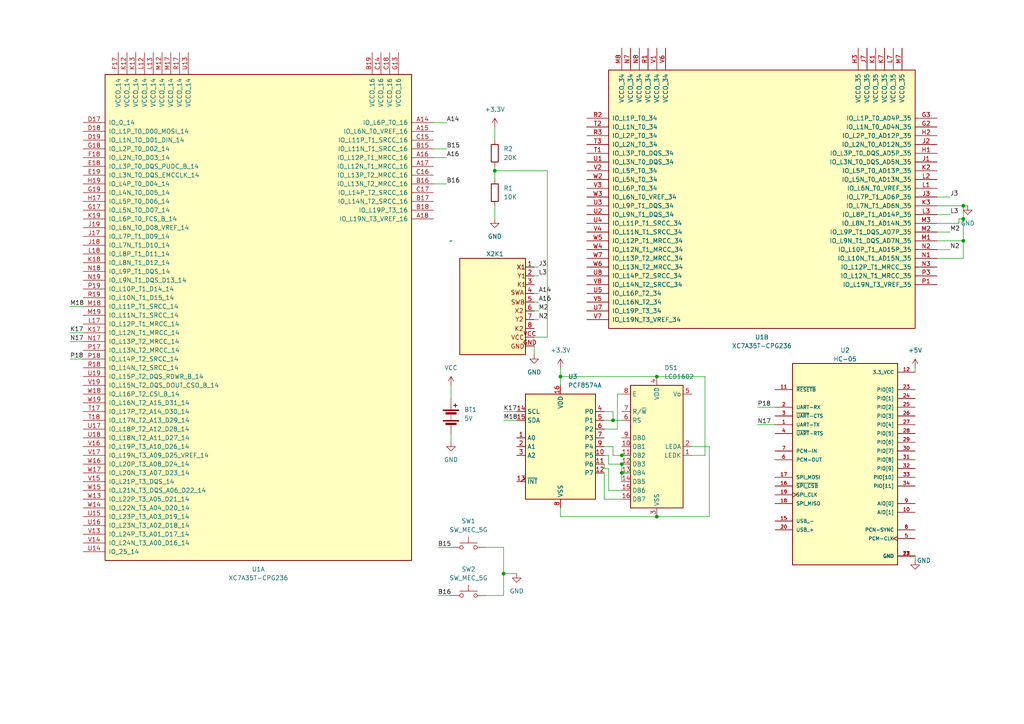
<source format=kicad_sch>
(kicad_sch (version 20230121) (generator eeschema)
  (paper "A4")
  (title_block (title "robo-digger") (rev "1") (comment 1 "robo-digger-send-schematic"))
  (lib_symbols
    (symbol "Device:Battery" (pin_numbers hide) (pin_names (offset 0) hide)
      (property "Reference" "BT" (at 2.54 2.54 0))
      (property "Value" "Battery" (at 2.54 0 0))
      (symbol "Battery_0_1"
        (rectangle (start -2.286 -1.27) (end 2.286 -1.524) (fill (type outline)))
        (rectangle (start -2.286 1.778) (end 2.286 1.524) (fill (type outline)))
        (rectangle (start -1.524 -2.032) (end 1.524 -2.54) (fill (type outline)))
        (rectangle (start -1.524 1.016) (end 1.524 0.508) (fill (type outline)))
        (polyline (pts (xy 0 -1.016) (xy 0 -0.762)))
        (polyline (pts (xy 0 -0.508) (xy 0 -0.254)))
        (polyline (pts (xy 0 0) (xy 0 0.254)))
        (polyline (pts (xy 0 1.778) (xy 0 2.54)))
        (polyline (pts (xy 0.762 3.048) (xy 1.778 3.048)) (stroke (width 0.254)))
        (polyline (pts (xy 1.27 3.556) (xy 1.27 2.54)) (stroke (width 0.254)))
      )
      (symbol "Battery_1_1"
        (pin passive line (at 0 5.08 270) (length 2.54) (name "+") (number "1"))
        (pin passive line (at 0 -5.08 90) (length 2.54) (name "-") (number "2"))
      )
    )
    (symbol "Device:R" (pin_numbers hide) (pin_names (offset 0))
      (property "Reference" "R" (at 2.032 0 90))
      (property "Value" "R" (at 0 0 90))
      (symbol "R_0_1"
        (rectangle (start -1.016 -2.54) (end 1.016 2.54) (stroke (width 0.254)))
      )
      (symbol "R_1_1"
        (pin passive line (at 0 3.81 270) (length 1.27) (name "~") (number "1"))
        (pin passive line (at 0 -3.81 90) (length 1.27) (name "~") (number "2"))
      )
    )
    (symbol "Display_Character:HY1602E"
      (property "Reference" "DS" (at -6.096 19.05 0))
      (property "Value" "HY1602E" (at 5.08 19.05 0))
      (symbol "HY1602E_0_1"
        (rectangle (start -7.62 17.78) (end 7.62 -17.78) (stroke (width 0.254)) (fill (type background)))
      )
      (symbol "HY1602E_1_1"
        (pin passive line (at 10.16 -2.54 180) (length 2.54) (name "LEDK") (number "1"))
        (pin bidirectional line (at -10.16 0 0) (length 2.54) (name "DB1") (number "10"))
        (pin bidirectional line (at -10.16 -2.54 0) (length 2.54) (name "DB2") (number "11"))
        (pin bidirectional line (at -10.16 -5.08 0) (length 2.54) (name "DB3") (number "12"))
        (pin bidirectional line (at -10.16 -7.62 0) (length 2.54) (name "DB4") (number "13"))
        (pin bidirectional line (at -10.16 -10.16 0) (length 2.54) (name "DB5") (number "14"))
        (pin bidirectional line (at -10.16 -12.7 0) (length 2.54) (name "DB6") (number "15"))
        (pin bidirectional line (at -10.16 -15.24 0) (length 2.54) (name "DB7") (number "16"))
        (pin passive line (at 10.16 0 180) (length 2.54) (name "LEDA") (number "2"))
        (pin power_in line (at 0 -20.32 90) (length 2.54) (name "VSS") (number "3"))
        (pin power_in line (at 0 20.32 270) (length 2.54) (name "VDD") (number "4"))
        (pin input line (at 10.16 15.24 180) (length 2.54) (name "Vo") (number "5"))
        (pin input line (at -10.16 7.62 0) (length 2.54) (name "RS") (number "6"))
        (pin input line (at -10.16 10.16 0) (length 2.54) (name "R/~{W}") (number "7"))
        (pin input line (at -10.16 15.24 0) (length 2.54) (name "E") (number "8"))
        (pin bidirectional line (at -10.16 2.54 0) (length 2.54) (name "DB0") (number "9"))
      )
    )
    (symbol "FPGA_Xilinx_Artix7:XC7A35T-CPG236" (pin_names (offset 1.016))
      (property "Reference" "U" (at 0 1.27 0))
      (property "Value" "XC7A35T-CPG236" (at 0 -1.27 0))
      (symbol "XC7A35T-CPG236_1_1"
        (rectangle (start -44.45 67.31) (end 44.45 -73.66) (stroke (width 0.254)) (fill (type background)))
        (pin bidirectional line (at 50.8 53.34 180) (length 6.35) (name "IO_L6P_T0_16") (number "A14"))
        (pin bidirectional line (at 50.8 50.8 180) (length 6.35) (name "IO_L6N_T0_VREF_16") (number "A15"))
        (pin bidirectional line (at 50.8 43.18 180) (length 6.35) (name "IO_L12P_T1_MRCC_16") (number "A16"))
        (pin bidirectional line (at 50.8 40.64 180) (length 6.35) (name "IO_L12N_T1_MRCC_16") (number "A17"))
        (pin bidirectional line (at 50.8 25.4 180) (length 6.35) (name "IO_L19N_T3_VREF_16") (number "A18"))
        (pin bidirectional line (at 50.8 45.72 180) (length 6.35) (name "IO_L11N_T1_SRCC_16") (number "B15"))
        (pin bidirectional line (at 50.8 35.56 180) (length 6.35) (name "IO_L13N_T2_MRCC_16") (number "B16"))
        (pin bidirectional line (at 50.8 30.48 180) (length 6.35) (name "IO_L14N_T2_SRCC_16") (number "B17"))
        (pin bidirectional line (at 50.8 27.94 180) (length 6.35) (name "IO_L19P_T3_16") (number "B18"))
        (pin power_in line (at 33.02 73.66 270) (length 6.35) (name "VCCO_16") (number "B19"))
        (pin power_in line (at 35.56 73.66 270) (length 6.35) (name "VCCO_16") (number "C14"))
        (pin bidirectional line (at 50.8 48.26 180) (length 6.35) (name "IO_L11P_T1_SRCC_16") (number "C15"))
        (pin bidirectional line (at 50.8 38.1 180) (length 6.35) (name "IO_L13P_T2_MRCC_16") (number "C16"))
        (pin bidirectional line (at 50.8 33.02 180) (length 6.35) (name "IO_L14P_T2_SRCC_16") (number "C17"))
        (pin power_in line (at 38.1 73.66 270) (length 6.35) (name "VCCO_16") (number "C18"))
        (pin bidirectional line (at -50.8 53.34 0) (length 6.35) (name "IO_0_14") (number "D17"))
        (pin bidirectional line (at -50.8 50.8 0) (length 6.35) (name "IO_L1P_T0_D00_MOSI_14") (number "D18"))
        (pin bidirectional line (at -50.8 48.26 0) (length 6.35) (name "IO_L1N_T0_D01_DIN_14") (number "D19"))
        (pin bidirectional line (at -50.8 40.64 0) (length 6.35) (name "IO_L3P_T0_DQS_PUDC_B_14") (number "E18"))
        (pin bidirectional line (at -50.8 38.1 0) (length 6.35) (name "IO_L3N_T0_DQS_EMCCLK_14") (number "E19"))
        (pin power_in line (at -40.64 73.66 270) (length 6.35) (name "VCCO_14") (number "F17"))
        (pin bidirectional line (at -50.8 43.18 0) (length 6.35) (name "IO_L2N_T0_D03_14") (number "F18"))
        (pin power_in line (at 40.64 73.66 270) (length 6.35) (name "VCCO_16") (number "G13"))
        (pin bidirectional line (at -50.8 27.94 0) (length 6.35) (name "IO_L5N_T0_D07_14") (number "G17"))
        (pin bidirectional line (at -50.8 45.72 0) (length 6.35) (name "IO_L2P_T0_D02_14") (number "G18"))
        (pin bidirectional line (at -50.8 33.02 0) (length 6.35) (name "IO_L4N_T0_D05_14") (number "G19"))
        (pin bidirectional line (at -50.8 30.48 0) (length 6.35) (name "IO_L5P_T0_D06_14") (number "H17"))
        (pin bidirectional line (at -50.8 35.56 0) (length 6.35) (name "IO_L4P_T0_D04_14") (number "H19"))
        (pin bidirectional line (at -50.8 20.32 0) (length 6.35) (name "IO_L7P_T1_D09_14") (number "J17"))
        (pin bidirectional line (at -50.8 17.78 0) (length 6.35) (name "IO_L7N_T1_D10_14") (number "J18"))
        (pin bidirectional line (at -50.8 22.86 0) (length 6.35) (name "IO_L6N_T0_D08_VREF_14") (number "J19"))
        (pin power_in line (at -38.1 73.66 270) (length 6.35) (name "VCCO_14") (number "K12"))
        (pin power_in line (at -35.56 73.66 270) (length 6.35) (name "VCCO_14") (number "K13"))
        (pin bidirectional line (at -50.8 -7.62 0) (length 6.35) (name "IO_L12N_T1_MRCC_14") (number "K17"))
        (pin bidirectional line (at -50.8 12.7 0) (length 6.35) (name "IO_L8N_T1_D12_14") (number "K18"))
        (pin bidirectional line (at -50.8 25.4 0) (length 6.35) (name "IO_L6P_T0_FCS_B_14") (number "K19"))
        (pin power_in line (at -33.02 73.66 270) (length 6.35) (name "VCCO_14") (number "L12"))
        (pin power_in line (at -30.48 73.66 270) (length 6.35) (name "VCCO_14") (number "L13"))
        (pin bidirectional line (at -50.8 -5.08 0) (length 6.35) (name "IO_L12P_T1_MRCC_14") (number "L17"))
        (pin bidirectional line (at -50.8 15.24 0) (length 6.35) (name "IO_L8P_T1_D11_14") (number "L18"))
        (pin power_in line (at -27.94 73.66 270) (length 6.35) (name "VCCO_14") (number "M12"))
        (pin power_in line (at -25.4 73.66 270) (length 6.35) (name "VCCO_14") (number "M17"))
        (pin bidirectional line (at -50.8 0 0) (length 6.35) (name "IO_L11P_T1_SRCC_14") (number "M18"))
        (pin bidirectional line (at -50.8 -2.54 0) (length 6.35) (name "IO_L11N_T1_SRCC_14") (number "M19"))
        (pin bidirectional line (at -50.8 -10.16 0) (length 6.35) (name "IO_L13P_T2_MRCC_14") (number "N17"))
        (pin bidirectional line (at -50.8 10.16 0) (length 6.35) (name "IO_L9P_T1_DQS_14") (number "N18"))
        (pin bidirectional line (at -50.8 7.62 0) (length 6.35) (name "IO_L9N_T1_DQS_D13_14") (number "N19"))
        (pin bidirectional line (at -50.8 -12.7 0) (length 6.35) (name "IO_L13N_T2_MRCC_14") (number "P17"))
        (pin bidirectional line (at -50.8 -15.24 0) (length 6.35) (name "IO_L14P_T2_SRCC_14") (number "P18"))
        (pin bidirectional line (at -50.8 5.08 0) (length 6.35) (name "IO_L10P_T1_D14_14") (number "P19"))
        (pin power_in line (at -22.86 73.66 270) (length 6.35) (name "VCCO_14") (number "R17"))
        (pin bidirectional line (at -50.8 -17.78 0) (length 6.35) (name "IO_L14N_T2_SRCC_14") (number "R18"))
        (pin bidirectional line (at -50.8 2.54 0) (length 6.35) (name "IO_L10N_T1_D15_14") (number "R19"))
        (pin bidirectional line (at -50.8 -30.48 0) (length 6.35) (name "IO_L17P_T2_A14_D30_14") (number "T17"))
        (pin bidirectional line (at -50.8 -33.02 0) (length 6.35) (name "IO_L17N_T2_A13_D29_14") (number "T18"))
        (pin power_in line (at -20.32 73.66 270) (length 6.35) (name "VCCO_14") (number "U13"))
        (pin bidirectional line (at -50.8 -71.12 0) (length 6.35) (name "IO_25_14") (number "U14"))
        (pin bidirectional line (at -50.8 -60.96 0) (length 6.35) (name "IO_L23P_T3_A03_D19_14") (number "U15"))
        (pin bidirectional line (at -50.8 -63.5 0) (length 6.35) (name "IO_L23N_T3_A02_D18_14") (number "U16"))
        (pin bidirectional line (at -50.8 -35.56 0) (length 6.35) (name "IO_L18P_T2_A12_D28_14") (number "U17"))
        (pin bidirectional line (at -50.8 -38.1 0) (length 6.35) (name "IO_L18N_T2_A11_D27_14") (number "U18"))
        (pin bidirectional line (at -50.8 -20.32 0) (length 6.35) (name "IO_L15P_T2_DQS_RDWR_B_14") (number "U19"))
        (pin bidirectional line (at -50.8 -66.04 0) (length 6.35) (name "IO_L24P_T3_A01_D17_14") (number "V13"))
        (pin bidirectional line (at -50.8 -68.58 0) (length 6.35) (name "IO_L24N_T3_A00_D16_14") (number "V14"))
        (pin bidirectional line (at -50.8 -50.8 0) (length 6.35) (name "IO_L21P_T3_DQS_14") (number "V15"))
        (pin bidirectional line (at -50.8 -40.64 0) (length 6.35) (name "IO_L19P_T3_A10_D26_14") (number "V16"))
        (pin bidirectional line (at -50.8 -43.18 0) (length 6.35) (name "IO_L19N_T3_A09_D25_VREF_14") (number "V17"))
        (pin bidirectional line (at -50.8 -22.86 0) (length 6.35) (name "IO_L15N_T2_DQS_DOUT_CSO_B_14") (number "V19"))
        (pin bidirectional line (at -50.8 -55.88 0) (length 6.35) (name "IO_L22P_T3_A05_D21_14") (number "W13"))
        (pin bidirectional line (at -50.8 -58.42 0) (length 6.35) (name "IO_L22N_T3_A04_D20_14") (number "W14"))
        (pin bidirectional line (at -50.8 -53.34 0) (length 6.35) (name "IO_L21N_T3_DQS_A06_D22_14") (number "W15"))
        (pin bidirectional line (at -50.8 -45.72 0) (length 6.35) (name "IO_L20P_T3_A08_D24_14") (number "W16"))
        (pin bidirectional line (at -50.8 -48.26 0) (length 6.35) (name "IO_L20N_T3_A07_D23_14") (number "W17"))
        (pin bidirectional line (at -50.8 -25.4 0) (length 6.35) (name "IO_L16P_T2_CSI_B_14") (number "W18"))
        (pin bidirectional line (at -50.8 -27.94 0) (length 6.35) (name "IO_L16N_T2_A15_D31_14") (number "W19"))
      )
      (symbol "XC7A35T-CPG236_2_1"
        (rectangle (start -44.45 34.29) (end 44.45 -40.64) (stroke (width 0.254)) (fill (type background)))
        (pin bidirectional line (at 50.8 17.78 180) (length 6.35) (name "IO_L1N_T0_AD4N_35") (number "G2"))
        (pin bidirectional line (at 50.8 20.32 180) (length 6.35) (name "IO_L1P_T0_AD4P_35") (number "G3"))
        (pin bidirectional line (at 50.8 10.16 180) (length 6.35) (name "IO_L3P_T0_DQS_AD5P_35") (number "H1"))
        (pin bidirectional line (at 50.8 15.24 180) (length 6.35) (name "IO_L2P_T0_AD12P_35") (number "H2"))
        (pin power_in line (at 27.94 40.64 270) (length 6.35) (name "VCCO_35") (number "H3"))
        (pin bidirectional line (at 50.8 7.62 180) (length 6.35) (name "IO_L3N_T0_DQS_AD5N_35") (number "J1"))
        (pin bidirectional line (at 50.8 12.7 180) (length 6.35) (name "IO_L2N_T0_AD12N_35") (number "J2"))
        (pin bidirectional line (at 50.8 -2.54 180) (length 6.35) (name "IO_L7P_T1_AD6P_35") (number "J3"))
        (pin power_in line (at 30.48 40.64 270) (length 6.35) (name "VCCO_35") (number "J7"))
        (pin power_in line (at 33.02 40.64 270) (length 6.35) (name "VCCO_35") (number "K1"))
        (pin bidirectional line (at 50.8 5.08 180) (length 6.35) (name "IO_L5P_T0_AD13P_35") (number "K2"))
        (pin bidirectional line (at 50.8 -5.08 180) (length 6.35) (name "IO_L7N_T1_AD6N_35") (number "K3"))
        (pin power_in line (at 35.56 40.64 270) (length 6.35) (name "VCCO_35") (number "K7"))
        (pin bidirectional line (at 50.8 0 180) (length 6.35) (name "IO_L6N_T0_VREF_35") (number "L1"))
        (pin bidirectional line (at 50.8 2.54 180) (length 6.35) (name "IO_L5N_T0_AD13N_35") (number "L2"))
        (pin bidirectional line (at 50.8 -7.62 180) (length 6.35) (name "IO_L8P_T1_AD14P_35") (number "L3"))
        (pin power_in line (at 38.1 40.64 270) (length 6.35) (name "VCCO_35") (number "L7"))
        (pin bidirectional line (at 50.8 -15.24 180) (length 6.35) (name "IO_L9N_T1_DQS_AD7N_35") (number "M1"))
        (pin bidirectional line (at 50.8 -12.7 180) (length 6.35) (name "IO_L9P_T1_DQS_AD7P_35") (number "M2"))
        (pin bidirectional line (at 50.8 -10.16 180) (length 6.35) (name "IO_L8N_T1_AD14N_35") (number "M3"))
        (pin power_in line (at 40.64 40.64 270) (length 6.35) (name "VCCO_35") (number "M7"))
        (pin power_in line (at -40.64 40.64 270) (length 6.35) (name "VCCO_34") (number "M8"))
        (pin bidirectional line (at 50.8 -20.32 180) (length 6.35) (name "IO_L10N_T1_AD15N_35") (number "N1"))
        (pin bidirectional line (at 50.8 -17.78 180) (length 6.35) (name "IO_L10P_T1_AD15P_35") (number "N2"))
        (pin bidirectional line (at 50.8 -22.86 180) (length 6.35) (name "IO_L12P_T1_MRCC_35") (number "N3"))
        (pin power_in line (at -38.1 40.64 270) (length 6.35) (name "VCCO_34") (number "N7"))
        (pin power_in line (at -35.56 40.64 270) (length 6.35) (name "VCCO_34") (number "N8"))
        (pin bidirectional line (at 50.8 -27.94 180) (length 6.35) (name "IO_L19N_T3_VREF_35") (number "P1"))
        (pin bidirectional line (at 50.8 -25.4 180) (length 6.35) (name "IO_L12N_T1_MRCC_35") (number "P3"))
        (pin power_in line (at -33.02 40.64 270) (length 6.35) (name "VCCO_34") (number "R1"))
        (pin bidirectional line (at -50.8 20.32 0) (length 6.35) (name "IO_L1P_T0_34") (number "R2"))
        (pin bidirectional line (at -50.8 15.24 0) (length 6.35) (name "IO_L2P_T0_34") (number "R3"))
        (pin bidirectional line (at -50.8 10.16 0) (length 6.35) (name "IO_L3P_T0_DQS_34") (number "T1"))
        (pin bidirectional line (at -50.8 17.78 0) (length 6.35) (name "IO_L1N_T0_34") (number "T2"))
        (pin bidirectional line (at -50.8 12.7 0) (length 6.35) (name "IO_L2N_T0_34") (number "T3"))
        (pin bidirectional line (at -50.8 7.62 0) (length 6.35) (name "IO_L3N_T0_DQS_34") (number "U1"))
        (pin bidirectional line (at -50.8 -7.62 0) (length 6.35) (name "IO_L9N_T1_DQS_34") (number "U2"))
        (pin bidirectional line (at -50.8 -5.08 0) (length 6.35) (name "IO_L9P_T1_DQS_34") (number "U3"))
        (pin bidirectional line (at -50.8 -10.16 0) (length 6.35) (name "IO_L11P_T1_SRCC_34") (number "U4"))
        (pin bidirectional line (at -50.8 -30.48 0) (length 6.35) (name "IO_L16P_T2_34") (number "U5"))
        (pin bidirectional line (at -50.8 -35.56 0) (length 6.35) (name "IO_L19P_T3_34") (number "U7"))
        (pin bidirectional line (at -50.8 -25.4 0) (length 6.35) (name "IO_L14P_T2_SRCC_34") (number "U8"))
        (pin power_in line (at -30.48 40.64 270) (length 6.35) (name "VCCO_34") (number "V1"))
        (pin bidirectional line (at -50.8 5.08 0) (length 6.35) (name "IO_L5P_T0_34") (number "V2"))
        (pin bidirectional line (at -50.8 0 0) (length 6.35) (name "IO_L6P_T0_34") (number "V3"))
        (pin bidirectional line (at -50.8 -12.7 0) (length 6.35) (name "IO_L11N_T1_SRCC_34") (number "V4"))
        (pin bidirectional line (at -50.8 -33.02 0) (length 6.35) (name "IO_L16N_T2_34") (number "V5"))
        (pin power_in line (at -27.94 40.64 270) (length 6.35) (name "VCCO_34") (number "V6"))
        (pin bidirectional line (at -50.8 -38.1 0) (length 6.35) (name "IO_L19N_T3_VREF_34") (number "V7"))
        (pin bidirectional line (at -50.8 -27.94 0) (length 6.35) (name "IO_L14N_T2_SRCC_34") (number "V8"))
        (pin bidirectional line (at -50.8 2.54 0) (length 6.35) (name "IO_L5N_T0_34") (number "W2"))
        (pin bidirectional line (at -50.8 -2.54 0) (length 6.35) (name "IO_L6N_T0_VREF_34") (number "W3"))
        (pin bidirectional line (at -50.8 -17.78 0) (length 6.35) (name "IO_L12N_T1_MRCC_34") (number "W4"))
        (pin bidirectional line (at -50.8 -15.24 0) (length 6.35) (name "IO_L12P_T1_MRCC_34") (number "W5"))
        (pin bidirectional line (at -50.8 -22.86 0) (length 6.35) (name "IO_L13N_T2_MRCC_34") (number "W6"))
        (pin bidirectional line (at -50.8 -20.32 0) (length 6.35) (name "IO_L13P_T2_MRCC_34") (number "W7"))
      )
      (symbol "XC7A35T-CPG236_3_1"
        (rectangle (start -31.75 20.32) (end 31.75 -20.32) (stroke (width 0.254)) (fill (type background)))
        (pin bidirectional line (at -38.1 -15.24 0) (length 6.35) (name "MGTREFCLK1N_216") (number "A10"))
        (pin bidirectional line (at -38.1 10.16 0) (length 6.35) (name "MGTPTXN1_216") (number "A2"))
        (pin bidirectional line (at -38.1 2.54 0) (length 6.35) (name "MGTPRXN0_216") (number "A4"))
        (pin bidirectional line (at -38.1 -2.54 0) (length 6.35) (name "MGTPRXN1_216") (number "A6"))
        (pin bidirectional line (at -38.1 -10.16 0) (length 6.35) (name "MGTREFCLK0N_216") (number "A8"))
        (pin bidirectional line (at -38.1 -12.7 0) (length 6.35) (name "MGTREFCLK1P_216") (number "B10"))
        (pin bidirectional line (at -38.1 12.7 0) (length 6.35) (name "MGTPTXP1_216") (number "B2"))
        (pin bidirectional line (at -38.1 5.08 0) (length 6.35) (name "MGTPRXP0_216") (number "B4"))
        (pin bidirectional line (at -38.1 0 0) (length 6.35) (name "MGTPRXP1_216") (number "B6"))
        (pin bidirectional line (at -38.1 -7.62 0) (length 6.35) (name "MGTREFCLK0P_216") (number "B8"))
        (pin bidirectional line (at -38.1 15.24 0) (length 6.35) (name "MGTPTXN0_216") (number "D1"))
        (pin bidirectional line (at -38.1 17.78 0) (length 6.35) (name "MGTPTXP0_216") (number "D2"))
      )
      (symbol "XC7A35T-CPG236_4_1"
        (rectangle (start -31.75 10.16) (end 31.75 -10.16) (stroke (width 0.254)) (fill (type background)))
        (pin power_in line (at 38.1 7.62 180) (length 6.35) (name "MGTAVTT") (number "B1"))
        (pin power_in line (at -38.1 7.62 0) (length 6.35) (name "MGTAVCC") (number "C1"))
        (pin power_in line (at 38.1 5.08 180) (length 6.35) (name "MGTAVTT") (number "C5"))
        (pin power_in line (at 38.1 -5.08 180) (length 6.35) (name "MGTRREF_216") (number "C7"))
        (pin power_in line (at -38.1 5.08 0) (length 6.35) (name "MGTAVCC") (number "E1"))
        (pin power_in line (at 38.1 2.54 180) (length 6.35) (name "MGTAVTT") (number "E2"))
        (pin power_in line (at -38.1 2.54 0) (length 6.35) (name "MGTAVCC") (number "F3"))
        (pin power_in line (at 38.1 0 180) (length 6.35) (name "MGTAVTT") (number "G7"))
        (pin power_in line (at -38.1 0 0) (length 6.35) (name "MGTAVCC") (number "G9"))
        (pin power_in line (at -38.1 -2.54 0) (length 6.35) (name "MGTAVCC") (number "H9"))
      )
      (symbol "XC7A35T-CPG236_5_1"
        (rectangle (start -31.75 34.29) (end 31.75 -40.64) (stroke (width 0.254)) (fill (type background)))
        (pin bidirectional line (at 38.1 -35.56 180) (length 6.35) (name "DXP_0") (number "A11"))
        (pin bidirectional line (at 38.1 -20.32 180) (length 6.35) (name "VP_0") (number "A12"))
        (pin bidirectional line (at 38.1 -30.48 180) (length 6.35) (name "VREFN_0") (number "A13"))
        (pin bidirectional line (at 38.1 -38.1 180) (length 6.35) (name "DXN_0") (number "B11"))
        (pin bidirectional line (at 38.1 -27.94 180) (length 6.35) (name "VREFP_0") (number "B12"))
        (pin bidirectional line (at 38.1 -22.86 180) (length 6.35) (name "VN_0") (number "B13"))
        (pin bidirectional line (at 38.1 7.62 180) (length 6.35) (name "CCLK_0") (number "C11"))
        (pin bidirectional line (at 38.1 12.7 180) (length 6.35) (name "TCK_0") (number "C8"))
        (pin power_in line (at 25.4 40.64 270) (length 6.35) (name "VCCO_0") (number "G12"))
        (pin bidirectional line (at 38.1 0 180) (length 6.35) (name "M2_0") (number "U10"))
        (pin bidirectional line (at 38.1 -7.62 180) (length 6.35) (name "INIT_B_0") (number "U11"))
        (pin bidirectional line (at 38.1 -5.08 180) (length 6.35) (name "DONE_0") (number "U12"))
        (pin bidirectional line (at 38.1 -10.16 180) (length 6.35) (name "PROGRAM_B_0") (number "V10"))
        (pin bidirectional line (at 38.1 -15.24 180) (length 6.35) (name "CFGBVS_0") (number "V11"))
        (pin bidirectional line (at 38.1 5.08 180) (length 6.35) (name "M0_0") (number "V12"))
        (pin power_in line (at 27.94 40.64 270) (length 6.35) (name "VCCO_0") (number "V9"))
        (pin bidirectional line (at 38.1 20.32 180) (length 6.35) (name "TDI_0") (number "W10"))
        (pin bidirectional line (at 38.1 2.54 180) (length 6.35) (name "M1_0") (number "W11"))
        (pin bidirectional line (at 38.1 17.78 180) (length 6.35) (name "TDO_0") (number "W8"))
        (pin bidirectional line (at 38.1 15.24 180) (length 6.35) (name "TMS_0") (number "W9"))
      )
      (symbol "XC7A35T-CPG236_6_1"
        (rectangle (start -19.05 45.72) (end 19.05 -45.72) (stroke (width 0.254)) (fill (type background)))
        (pin power_in line (at -25.4 20.32 0) (length 6.35) (name "GND") (number "A1"))
        (pin power_in line (at -25.4 7.62 0) (length 6.35) (name "GND") (number "A19"))
        (pin power_in line (at -25.4 17.78 0) (length 6.35) (name "GND") (number "A3"))
        (pin power_in line (at -25.4 15.24 0) (length 6.35) (name "GND") (number "A5"))
        (pin power_in line (at -25.4 12.7 0) (length 6.35) (name "GND") (number "A7"))
        (pin power_in line (at -25.4 10.16 0) (length 6.35) (name "GND") (number "A9"))
        (pin power_in line (at -25.4 -5.08 0) (length 6.35) (name "GND") (number "B14"))
        (pin power_in line (at -25.4 5.08 0) (length 6.35) (name "GND") (number "B3"))
        (pin power_in line (at -25.4 2.54 0) (length 6.35) (name "GND") (number "B5"))
        (pin power_in line (at -25.4 0 0) (length 6.35) (name "GND") (number "B7"))
        (pin power_in line (at -25.4 -2.54 0) (length 6.35) (name "GND") (number "B9"))
        (pin power_in line (at -25.4 -17.78 0) (length 6.35) (name "GND") (number "C10"))
        (pin power_in line (at -25.4 35.56 0) (length 6.35) (name "GNDADC_0") (number "C12"))
        (pin power_in line (at -25.4 33.02 0) (length 6.35) (name "VCCADC_0") (number "C13"))
        (pin power_in line (at -25.4 -20.32 0) (length 6.35) (name "GND") (number "C19"))
        (pin power_in line (at -25.4 -7.62 0) (length 6.35) (name "GND") (number "C2"))
        (pin power_in line (at -25.4 -10.16 0) (length 6.35) (name "GND") (number "C3"))
        (pin power_in line (at -25.4 -12.7 0) (length 6.35) (name "GND") (number "C4"))
        (pin power_in line (at -25.4 -15.24 0) (length 6.35) (name "GND") (number "C6"))
        (pin power_in line (at -25.4 30.48 0) (length 6.35) (name "VCCBATT_0") (number "C9"))
        (pin power_in line (at -25.4 -22.86 0) (length 6.35) (name "GND") (number "D3"))
        (pin power_in line (at -25.4 -27.94 0) (length 6.35) (name "GND") (number "E17"))
        (pin power_in line (at -25.4 -25.4 0) (length 6.35) (name "GND") (number "E3"))
        (pin power_in line (at -25.4 -30.48 0) (length 6.35) (name "GND") (number "F1"))
        (pin power_in line (at -25.4 -35.56 0) (length 6.35) (name "GND") (number "F19"))
        (pin power_in line (at -25.4 -33.02 0) (length 6.35) (name "GND") (number "F2"))
        (pin power_in line (at -25.4 -38.1 0) (length 6.35) (name "GND") (number "G1"))
        (pin power_in line (at 25.4 43.18 180) (length 6.35) (name "VCCINT") (number "G10"))
        (pin power_in line (at -25.4 -43.18 0) (length 6.35) (name "GND") (number "G11"))
        (pin power_in line (at -25.4 -40.64 0) (length 6.35) (name "GND") (number "G8"))
        (pin power_in line (at 25.4 40.64 180) (length 6.35) (name "VCCINT") (number "H10"))
        (pin power_in line (at 25.4 15.24 180) (length 6.35) (name "GND") (number "H11"))
        (pin power_in line (at 25.4 12.7 180) (length 6.35) (name "GND") (number "H12"))
        (pin power_in line (at -25.4 43.18 0) (length 6.35) (name "VCCAUX") (number "H13"))
        (pin power_in line (at 25.4 10.16 180) (length 6.35) (name "GND") (number "H18"))
        (pin power_in line (at 25.4 20.32 180) (length 6.35) (name "GND") (number "H7"))
        (pin power_in line (at 25.4 17.78 180) (length 6.35) (name "GND") (number "H8"))
        (pin power_in line (at 25.4 38.1 180) (length 6.35) (name "VCCINT") (number "J10"))
        (pin power_in line (at 25.4 2.54 180) (length 6.35) (name "GND") (number "J11"))
        (pin power_in line (at 25.4 0 180) (length 6.35) (name "GND") (number "J12"))
        (pin power_in line (at -25.4 40.64 0) (length 6.35) (name "VCCAUX") (number "J13"))
        (pin power_in line (at 25.4 7.62 180) (length 6.35) (name "GND") (number "J8"))
        (pin power_in line (at 25.4 5.08 180) (length 6.35) (name "GND") (number "J9"))
        (pin power_in line (at 25.4 -2.54 180) (length 6.35) (name "GND") (number "K8"))
        (pin power_in line (at 25.4 35.56 180) (length 6.35) (name "VCCINT") (number "L10"))
        (pin power_in line (at 25.4 -10.16 180) (length 6.35) (name "GND") (number "L11"))
        (pin power_in line (at 25.4 -12.7 180) (length 6.35) (name "GND") (number "L19"))
        (pin power_in line (at 25.4 -5.08 180) (length 6.35) (name "GND") (number "L8"))
        (pin power_in line (at 25.4 -7.62 180) (length 6.35) (name "GND") (number "L9"))
        (pin power_in line (at 25.4 33.02 180) (length 6.35) (name "VCCINT") (number "M10"))
        (pin power_in line (at -25.4 27.94 0) (length 6.35) (name "VCCBRAM") (number "M11"))
        (pin power_in line (at 25.4 -17.78 180) (length 6.35) (name "GND") (number "M13"))
        (pin power_in line (at 25.4 -15.24 180) (length 6.35) (name "GND") (number "M9"))
        (pin power_in line (at 25.4 30.48 180) (length 6.35) (name "VCCINT") (number "N10"))
        (pin power_in line (at -25.4 25.4 0) (length 6.35) (name "VCCBRAM") (number "N11"))
        (pin power_in line (at 25.4 -22.86 180) (length 6.35) (name "GND") (number "N12"))
        (pin power_in line (at 25.4 -25.4 180) (length 6.35) (name "GND") (number "N13"))
        (pin power_in line (at 25.4 -20.32 180) (length 6.35) (name "GND") (number "N9"))
        (pin power_in line (at 25.4 -27.94 180) (length 6.35) (name "GND") (number "P2"))
        (pin power_in line (at 25.4 -30.48 180) (length 6.35) (name "GND") (number "T19"))
        (pin power_in line (at 25.4 -33.02 180) (length 6.35) (name "GND") (number "U6"))
        (pin power_in line (at 25.4 -35.56 180) (length 6.35) (name "GND") (number "U9"))
        (pin power_in line (at 25.4 -38.1 180) (length 6.35) (name "GND") (number "V18"))
        (pin power_in line (at 25.4 -40.64 180) (length 6.35) (name "GND") (number "W1"))
        (pin power_in line (at 25.4 -43.18 180) (length 6.35) (name "GND") (number "W12"))
      )
    )
    (symbol "HC-05:HC-05" (pin_names (offset 1.016))
      (property "Reference" "U" (at -15.24 31.115 0))
      (property "Value" "HC-05" (at -15.24 -30.48 0))
      (symbol "HC-05_0_0"
        (rectangle (start -15.24 -27.94) (end 15.24 30.48) (stroke (width 0.254)) (fill (type background)))
        (pin output line (at -20.32 12.7 0) (length 5.08) (name "UART-TX") (number "1"))
        (pin bidirectional line (at 20.32 -12.7 180) (length 5.08) (name "AIO[1]") (number "10"))
        (pin input line (at -20.32 22.86 0) (length 5.08) (name "~{RESETB}") (number "11"))
        (pin power_in line (at 20.32 27.94 180) (length 5.08) (name "3.3_VCC") (number "12"))
        (pin power_in line (at 20.32 -25.4 180) (length 5.08) (name "GND") (number "13"))
        (pin bidirectional line (at -20.32 -15.24 0) (length 5.08) (name "USB_-") (number "15"))
        (pin input line (at -20.32 -5.08 0) (length 5.08) (name "~{SPI_CSB}") (number "16"))
        (pin input line (at -20.32 -2.54 0) (length 5.08) (name "SPI_MOSI") (number "17"))
        (pin output line (at -20.32 -10.16 0) (length 5.08) (name "SPI_MISO") (number "18"))
        (pin input clock (at -20.32 -7.62 0) (length 5.08) (name "SPI_CLK") (number "19"))
        (pin input line (at -20.32 17.78 0) (length 5.08) (name "UART-RX") (number "2"))
        (pin bidirectional line (at -20.32 -17.78 0) (length 5.08) (name "USB_+") (number "20"))
        (pin power_in line (at 20.32 -25.4 180) (length 5.08) (name "GND") (number "21"))
        (pin power_in line (at 20.32 -25.4 180) (length 5.08) (name "GND") (number "22"))
        (pin bidirectional line (at 20.32 22.86 180) (length 5.08) (name "PIO[0]") (number "23"))
        (pin bidirectional line (at 20.32 20.32 180) (length 5.08) (name "PIO[1]") (number "24"))
        (pin bidirectional line (at 20.32 17.78 180) (length 5.08) (name "PIO[2]") (number "25"))
        (pin bidirectional line (at 20.32 15.24 180) (length 5.08) (name "PIO[3]") (number "26"))
        (pin bidirectional line (at 20.32 12.7 180) (length 5.08) (name "PIO[4]") (number "27"))
        (pin bidirectional line (at 20.32 10.16 180) (length 5.08) (name "PIO[5]") (number "28"))
        (pin bidirectional line (at 20.32 7.62 180) (length 5.08) (name "PIO[6]") (number "29"))
        (pin input line (at -20.32 15.24 0) (length 5.08) (name "~{UART}-CTS") (number "3"))
        (pin bidirectional line (at 20.32 5.08 180) (length 5.08) (name "PIO[7]") (number "30"))
        (pin bidirectional line (at 20.32 2.54 180) (length 5.08) (name "PIO[8]") (number "31"))
        (pin bidirectional line (at 20.32 0 180) (length 5.08) (name "PIO[9]") (number "32"))
        (pin bidirectional line (at 20.32 -2.54 180) (length 5.08) (name "PIO[10]") (number "33"))
        (pin bidirectional line (at 20.32 -5.08 180) (length 5.08) (name "PIO[11]") (number "34"))
        (pin output line (at -20.32 10.16 0) (length 5.08) (name "~{UART}-RTS") (number "4"))
        (pin bidirectional clock (at 20.32 -20.32 180) (length 5.08) (name "PCM-CLK") (number "5"))
        (pin output line (at -20.32 2.54 0) (length 5.08) (name "PCM-OUT") (number "6"))
        (pin input line (at -20.32 5.08 0) (length 5.08) (name "PCM-IN") (number "7"))
        (pin bidirectional line (at 20.32 -17.78 180) (length 5.08) (name "PCN-SYNC") (number "8"))
        (pin bidirectional line (at 20.32 -10.16 180) (length 5.08) (name "AIO[0]") (number "9"))
      )
    )
    (symbol "Interface_Expansion:PCF8574A"
      (property "Reference" "U" (at -8.89 16.51 0))
      (property "Value" "PCF8574A" (at 2.54 16.51 0))
      (symbol "PCF8574A_0_1"
        (rectangle (start -10.16 15.24) (end 10.16 -15.24) (stroke (width 0.254)) (fill (type background)))
      )
      (symbol "PCF8574A_1_1"
        (pin input line (at -12.7 2.54 0) (length 2.54) (name "A0") (number "1"))
        (pin bidirectional line (at 12.7 -2.54 180) (length 2.54) (name "P5") (number "10"))
        (pin bidirectional line (at 12.7 -5.08 180) (length 2.54) (name "P6") (number "11"))
        (pin bidirectional line (at 12.7 -7.62 180) (length 2.54) (name "P7") (number "12"))
        (pin open_collector output_low (at -12.7 -10.16 0) (length 2.54) (name "~{INT}") (number "13"))
        (pin input line (at -12.7 10.16 0) (length 2.54) (name "SCL") (number "14"))
        (pin bidirectional line (at -12.7 7.62 0) (length 2.54) (name "SDA") (number "15"))
        (pin power_in line (at 0 17.78 270) (length 2.54) (name "VDD") (number "16"))
        (pin input line (at -12.7 0 0) (length 2.54) (name "A1") (number "2"))
        (pin input line (at -12.7 -2.54 0) (length 2.54) (name "A2") (number "3"))
        (pin bidirectional line (at 12.7 10.16 180) (length 2.54) (name "P0") (number "4"))
        (pin bidirectional line (at 12.7 7.62 180) (length 2.54) (name "P1") (number "5"))
        (pin bidirectional line (at 12.7 5.08 180) (length 2.54) (name "P2") (number "6"))
        (pin bidirectional line (at 12.7 2.54 180) (length 2.54) (name "P3") (number "7"))
        (pin power_in line (at 0 -17.78 90) (length 2.54) (name "VSS") (number "8"))
        (pin bidirectional line (at 12.7 0 180) (length 2.54) (name "P4") (number "9"))
      )
    )
    (symbol "Switch:SW_MEC_5G" (pin_numbers hide) (pin_names (offset 1.016) hide)
      (property "Reference" "SW" (at 1.27 2.54 0))
      (property "Value" "SW_MEC_5G" (at 0 -1.524 0))
      (symbol "SW_MEC_5G_0_1"
        (circle (center -2.032 0) (radius 0.508))
        (polyline (pts (xy 0 1.27) (xy 0 3.048)))
        (polyline (pts (xy 2.54 1.27) (xy -2.54 1.27)))
        (circle (center 2.032 0) (radius 0.508))
        (pin passive line (at -5.08 0 0) (length 2.54) (name "A") (number "1"))
        (pin passive line (at 5.08 0 180) (length 2.54) (name "B") (number "3"))
      )
      (symbol "SW_MEC_5G_1_1"
        (pin passive line (at -5.08 0 0) (length 2.54) hide (name "A") (number "2"))
        (pin passive line (at 5.08 0 180) (length 2.54) hide (name "B") (number "4"))
      )
    )
    (symbol "power:+3.3V" (power) (pin_names (offset 0))
      (property "Value" "+3.3V" (at 0 3.556 0))
      (symbol "+3.3V_0_1"
        (polyline (pts (xy -0.762 1.27) (xy 0 2.54)))
        (polyline (pts (xy 0 0) (xy 0 2.54)))
        (polyline (pts (xy 0 2.54) (xy 0.762 1.27)))
      )
      (symbol "+3.3V_1_1"
        (pin power_in line (at 0 0 90) (length 0) hide (name "+3.3V") (number "1"))
      )
    )
    (symbol "power:+5V" (power) (pin_names (offset 0))
      (property "Value" "+5V" (at 0 3.556 0))
      (symbol "+5V_0_1"
        (polyline (pts (xy -0.762 1.27) (xy 0 2.54)))
        (polyline (pts (xy 0 0) (xy 0 2.54)))
        (polyline (pts (xy 0 2.54) (xy 0.762 1.27)))
      )
      (symbol "+5V_1_1"
        (pin power_in line (at 0 0 90) (length 0) hide (name "+5V") (number "1"))
      )
    )
    (symbol "power:GND" (power) (pin_names (offset 0))
      (property "Value" "GND" (at 0 -3.81 0))
      (symbol "GND_0_1"
        (polyline (pts (xy 0 0) (xy 0 -1.27) (xy 1.27 -1.27) (xy 0 -2.54) (xy -1.27 -1.27) (xy 0 -1.27)))
      )
      (symbol "GND_1_1"
        (pin power_in line (at 0 0 270) (length 0) hide (name "GND") (number "1"))
      )
    )
    (symbol "power:VCC" (power) (pin_names (offset 0))
      (property "Value" "VCC" (at 0 3.81 0))
      (symbol "VCC_0_1"
        (polyline (pts (xy -0.762 1.27) (xy 0 2.54)))
        (polyline (pts (xy 0 0) (xy 0 2.54)))
        (polyline (pts (xy 0 2.54) (xy 0.762 1.27)))
      )
      (symbol "VCC_1_1"
        (pin power_in line (at 0 0 90) (length 0) hide (name "VCC") (number "1"))
      )
    )
    (symbol "x2k2:1"
      (property "Reference" "X2K1" (at 10.16 -5.08 0))
      (property "Value" "~" (at 0 -1.27 0))
      (symbol "1_1_1"
        (rectangle (start 2.54 -6.35) (end 21.59 -34.29) (stroke (width 0.254)) (fill (type background)))
        (text "GND" (at 19.304 -31.877 0) (effects (font (size 1.27 1.27))))
        (text "K1" (at 20.447 -13.9446 0) (effects (font (size 1.27 1.27))))
        (text "K2" (at 19.7358 -26.7716 0) (effects (font (size 1.27 1.27))))
        (text "SWA" (at 19.2278 -16.2814 0) (effects (font (size 1.27 1.27))))
        (text "SWB" (at 19.4056 -19.0754 0) (effects (font (size 1.27 1.27))))
        (text "VCC" (at 19.304 -29.2862 0) (effects (font (size 1.27 1.27))))
        (text "X1" (at 20.32 -8.89 0) (effects (font (size 1.27 1.27))))
        (text "X1" (at 20.32 -8.89 0) (effects (font (size 1.27 1.27))))
        (text "X2" (at 19.7358 -21.5646 0) (effects (font (size 1.27 1.27))))
        (text "Y1" (at 20.447 -11.4554 0) (effects (font (size 1.27 1.27))))
        (text "Y2" (at 19.8374 -24.003 0) (effects (font (size 1.27 1.27))))
        (pin output line (at 21.59 -8.89 0) (length 2.54) (name "") (number "1"))
        (pin output line (at 21.59 -11.43 0) (length 2.54) (name "") (number "2"))
        (pin output line (at 21.59 -13.97 0) (length 2.54) (name "") (number "3"))
        (pin output line (at 21.59 -16.51 0) (length 2.54) (name "") (number "4"))
        (pin output line (at 21.59 -19.05 0) (length 2.54) (name "") (number "5"))
        (pin output line (at 21.59 -21.59 0) (length 2.54) (name "") (number "6"))
        (pin output line (at 21.59 -24.13 0) (length 2.54) (name "") (number "7"))
        (pin output line (at 21.59 -26.67 0) (length 2.54) (name "") (number "8"))
        (pin input line (at 21.59 -31.75 0) (length 2.54) (name "") (number "GND"))
        (pin input line (at 21.59 -29.21 0) (length 2.54) (name "") (number "VCC"))
      )
    )
  )
  (junction (at 143.51 49.53))
  (junction (at 180.34 132.08))
  (junction (at 279.4 69.85))
  (junction (at 146.05 166.37))
  (junction (at 180.34 134.62))
  (junction (at 180.34 137.16))
  (junction (at 177.8 121.92))
  (junction (at 190.5 149.86))
  (junction (at 190.5 109.22))
  (junction (at 279.4 59.69))
  (junction (at 279.4 63.5))
  (junction (at 162.56 109.22))
  (wire (pts (xy 130.81 111.76) (xy 130.81 115.57)))
  (wire (pts (xy 271.78 74.93) (xy 279.4 74.93)))
  (wire (pts (xy 179.07 114.3) (xy 179.07 124.46)))
  (wire (pts (xy 127 172.72) (xy 130.81 172.72)))
  (wire (pts (xy 265.43 161.29) (xy 265.43 162.56)))
  (wire (pts (xy 175.26 121.92) (xy 177.8 121.92)))
  (wire (pts (xy 180.34 132.08) (xy 182.88 132.08)))
  (wire (pts (xy 162.56 147.32) (xy 162.56 149.86)))
  (wire (pts (xy 180.34 137.16) (xy 180.34 139.7)))
  (wire (pts (xy 146.05 119.38) (xy 149.86 119.38)))
  (wire (pts (xy 20.32 88.9) (xy 24.13 88.9)))
  (wire (pts (xy 176.53 135.89) (xy 176.53 142.24)))
  (wire (pts (xy 152.4 77.47) (xy 156.21 77.47)))
  (wire (pts (xy 175.26 135.89) (xy 176.53 135.89)))
  (wire (pts (xy 180.34 134.62) (xy 176.53 134.62)))
  (wire (pts (xy 154.94 97.79) (xy 158.75 97.79)))
  (wire (pts (xy 152.4 87.63) (xy 156.21 87.63)))
  (wire (pts (xy 175.26 134.62) (xy 175.26 135.89)))
  (wire (pts (xy 20.32 96.52) (xy 24.13 96.52)))
  (wire (pts (xy 205.74 129.54) (xy 205.74 149.86)))
  (wire (pts (xy 146.05 121.92) (xy 149.86 121.92)))
  (wire (pts (xy 176.53 142.24) (xy 180.34 142.24)))
  (wire (pts (xy 205.74 149.86) (xy 190.5 149.86)))
  (wire (pts (xy 143.51 48.26) (xy 143.51 49.53)))
  (wire (pts (xy 279.4 69.85) (xy 279.4 63.5)))
  (wire (pts (xy 175.26 132.08) (xy 176.53 132.08)))
  (wire (pts (xy 146.05 158.75) (xy 146.05 166.37)))
  (wire (pts (xy 20.32 104.14) (xy 24.13 104.14)))
  (wire (pts (xy 143.51 49.53) (xy 158.75 49.53)))
  (wire (pts (xy 130.81 125.73) (xy 130.81 128.27)))
  (wire (pts (xy 127 158.75) (xy 130.81 158.75)))
  (wire (pts (xy 180.34 134.62) (xy 180.34 137.16)))
  (wire (pts (xy 175.26 137.16) (xy 175.26 144.78)))
  (wire (pts (xy 175.26 129.54) (xy 177.8 129.54)))
  (wire (pts (xy 125.73 45.72) (xy 129.54 45.72)))
  (wire (pts (xy 125.73 53.34) (xy 129.54 53.34)))
  (wire (pts (xy 219.71 123.19) (xy 224.79 123.19)))
  (wire (pts (xy 158.75 97.79) (xy 158.75 49.53)))
  (wire (pts (xy 176.53 134.62) (xy 176.53 132.08)))
  (wire (pts (xy 143.51 59.69) (xy 143.51 63.5)))
  (wire (pts (xy 279.4 74.93) (xy 279.4 69.85)))
  (wire (pts (xy 271.78 59.69) (xy 279.4 59.69)))
  (wire (pts (xy 140.97 172.72) (xy 146.05 172.72)))
  (wire (pts (xy 271.78 67.31) (xy 275.59 67.31)))
  (wire (pts (xy 152.4 92.71) (xy 156.21 92.71)))
  (wire (pts (xy 271.78 57.15) (xy 275.59 57.15)))
  (wire (pts (xy 162.56 109.22) (xy 190.5 109.22)))
  (wire (pts (xy 265.43 106.68) (xy 265.43 107.95)))
  (wire (pts (xy 143.51 36.83) (xy 143.51 40.64)))
  (wire (pts (xy 177.8 119.38) (xy 175.26 119.38)))
  (wire (pts (xy 279.4 63.5) (xy 279.4 59.69)))
  (wire (pts (xy 219.71 118.11) (xy 224.79 118.11)))
  (wire (pts (xy 179.07 124.46) (xy 175.26 124.46)))
  (wire (pts (xy 278.13 64.77) (xy 278.13 63.5)))
  (wire (pts (xy 162.56 109.22) (xy 162.56 111.76)))
  (wire (pts (xy 180.34 114.3) (xy 179.07 114.3)))
  (wire (pts (xy 20.32 99.06) (xy 24.13 99.06)))
  (wire (pts (xy 143.51 49.53) (xy 143.51 52.07)))
  (wire (pts (xy 125.73 35.56) (xy 129.54 35.56)))
  (wire (pts (xy 177.8 121.92) (xy 177.8 119.38)))
  (wire (pts (xy 146.05 166.37) (xy 149.86 166.37)))
  (wire (pts (xy 279.4 59.69) (xy 280.67 59.69)))
  (wire (pts (xy 200.66 129.54) (xy 205.74 129.54)))
  (wire (pts (xy 271.78 64.77) (xy 278.13 64.77)))
  (wire (pts (xy 180.34 144.78) (xy 175.26 144.78)))
  (wire (pts (xy 146.05 166.37) (xy 146.05 172.72)))
  (wire (pts (xy 180.34 121.92) (xy 177.8 121.92)))
  (wire (pts (xy 271.78 62.23) (xy 275.59 62.23)))
  (wire (pts (xy 125.73 43.18) (xy 129.54 43.18)))
  (wire (pts (xy 271.78 69.85) (xy 279.4 69.85)))
  (wire (pts (xy 182.88 137.16) (xy 180.34 137.16)))
  (wire (pts (xy 152.4 80.01) (xy 156.21 80.01)))
  (wire (pts (xy 204.47 132.08) (xy 204.47 109.22)))
  (wire (pts (xy 162.56 149.86) (xy 190.5 149.86)))
  (wire (pts (xy 204.47 109.22) (xy 190.5 109.22)))
  (wire (pts (xy 140.97 158.75) (xy 146.05 158.75)))
  (wire (pts (xy 180.34 132.08) (xy 177.8 132.08)))
  (wire (pts (xy 271.78 72.39) (xy 275.59 72.39)))
  (wire (pts (xy 162.56 106.68) (xy 162.56 109.22)))
  (wire (pts (xy 154.94 100.33) (xy 154.94 102.87)))
  (wire (pts (xy 278.13 63.5) (xy 279.4 63.5)))
  (wire (pts (xy 182.88 132.08) (xy 182.88 137.16)))
  (wire (pts (xy 152.4 85.09) (xy 156.21 85.09)))
  (wire (pts (xy 152.4 90.17) (xy 156.21 90.17)))
  (wire (pts (xy 200.66 132.08) (xy 204.47 132.08)))
  (wire (pts (xy 177.8 132.08) (xy 177.8 129.54)))
  (label "M2" (at 156.21 90.17 0))
  (label "A14" (at 129.54 35.56 0))
  (label "B15" (at 127 158.75 0))
  (label "P18" (at 219.71 118.11 0))
  (label "M2" (at 275.59 67.31 0))
  (label "M18" (at 20.32 88.9 0))
  (label "B16" (at 127 172.72 0))
  (label "N2" (at 275.59 72.39 0))
  (label "N17" (at 20.32 99.06 0))
  (label "N2" (at 156.21 92.71 0))
  (label "B15" (at 129.54 43.18 0))
  (label "M18" (at 146.05 121.92 0))
  (label "A16" (at 156.21 87.63 0))
  (label "K17" (at 146.05 119.38 0))
  (label "J3" (at 156.21 77.47 0))
  (label "N17" (at 219.71 123.19 0))
  (label "B16" (at 129.54 53.34 0))
  (label "J3" (at 275.59 57.15 0))
  (label "K17" (at 20.32 96.52 0))
  (label "A16" (at 129.54 45.72 0))
  (label "L3" (at 275.59 62.23 0))
  (label "P18" (at 20.32 104.14 0))
  (label "A14" (at 156.21 85.09 0))
  (label "L3" (at 156.21 80.01 0))
  (symbol (lib_id "power:+5V") (at 265.43 106.68 0) (unit 1)
    (property "Reference" "#PWR03" (effects hide))
    (property "Value" "+5V" (at 265.43 101.6 0))
  )
  (symbol (lib_id "power:GND") (at 280.67 59.69 0) (unit 1)
    (property "Reference" "#PWR07" (effects hide))
    (property "Value" "GND" (at 280.67 64.77 0))
  )
  (symbol (lib_id "power:GND") (at 143.51 63.5 0) (unit 1)
    (property "Reference" "#PWR04" (effects hide))
    (property "Value" "GND" (at 143.51 68.58 0))
  )
  (symbol (lib_id "Interface_Expansion:PCF8574A") (at 162.56 129.54 0) (unit 1)
    (property "Reference" "U3" (at 164.7541 109.22 0) (effects (justify left)))
    (property "Value" "PCF8574A" (at 164.7541 111.76 0) (effects (justify left)))
    (property "Datasheet" "http://www.nxp.com/docs/en/data-sheet/PCF8574_PCF8574A.pdf" (effects hide))
  )
  (symbol (lib_id "FPGA_Xilinx_Artix7:XC7A35T-CPG236") (at 220.98 54.61 0) (unit 2)
    (property "Reference" "U1" (at 220.98 97.79 0))
    (property "Value" "XC7A35T-CPG236" (at 220.98 100.33 0))
  )
  (symbol (lib_id "power:+3.3V") (at 162.56 106.68 0) (unit 1)
    (property "Reference" "#PWR01" (effects hide))
    (property "Value" "+3.3V" (at 162.56 101.6 0))
  )
  (symbol (lib_id "power:+3.3V") (at 143.51 36.83 0) (unit 1)
    (property "Reference" "#PWR05" (effects hide))
    (property "Value" "+3.3V" (at 143.51 31.75 0))
  )
  (symbol (lib_id "Switch:SW_MEC_5G") (at 135.89 158.75 0) (unit 1)
    (property "Reference" "SW1" (at 135.89 151.13 0))
    (property "Value" "SW_MEC_5G" (at 135.89 153.67 0))
    (property "Datasheet" "http://www.apem.com/int/index.php?controller=attachment&id_attachment=488" (effects hide))
  )
  (symbol (lib_id "power:VCC") (at 130.81 111.76 0) (unit 1)
    (property "Reference" "#PWR010" (effects hide))
    (property "Value" "VCC" (at 130.81 106.68 0))
  )
  (symbol (lib_id "FPGA_Xilinx_Artix7:XC7A35T-CPG236") (at 74.93 88.9 0) (unit 1)
    (property "Reference" "U1" (at 74.93 165.1 0))
    (property "Value" "XC7A35T-CPG236" (at 74.93 167.64 0))
  )
  (symbol (lib_id "power:GND") (at 149.86 166.37 0) (unit 1)
    (property "Reference" "#PWR08" (effects hide))
    (property "Value" "GND" (at 149.86 171.45 0))
  )
  (symbol (lib_id "Device:R") (at 143.51 44.45 0) (unit 1)
    (property "Reference" "R2" (at 146.05 43.18 0) (effects (justify left)))
    (property "Value" "20K" (at 146.05 45.72 0) (effects (justify left)))
  )
  (symbol (lib_id "power:GND") (at 130.81 128.27 0) (unit 1)
    (property "Reference" "#PWR09" (effects hide))
    (property "Value" "GND" (at 130.81 133.35 0))
  )
  (symbol (lib_id "x2k2:1") (at 130.81 68.58 0) (unit 1)
    (property "Reference" "X2K1" (at 140.97 73.66 0) (effects (justify left)))
    (property "Value" "~" (at 130.81 69.85 0))
  )
  (symbol (lib_id "power:GND") (at 154.94 102.87 0) (unit 1)
    (property "Reference" "#PWR06" (effects hide))
    (property "Value" "GND" (at 154.94 107.95 0))
  )
  (symbol (lib_id "HC-05:HC-05") (at 245.11 135.89 0) (unit 1)
    (property "Reference" "U2" (at 245.11 101.6 0))
    (property "Value" "HC-05" (at 245.11 104.14 0))
    (property "Footprint" "HC-05:XCVR_HC-05" (effects hide))
    (property "MF" "ITead Studio" (effects hide))
    (property "Description" "\n                        \n                            Bluetooth to Serial Port Module\n                        \n" (effects hide))
    (property "Package" "Module ITead Studio" (effects hide))
    (property "Price" "None" (effects hide))
    (property "STANDARD" "Manufacturer Recommendations" (effects hide))
    (property "PARTREV" "v1.0" (effects hide))
    (property "SnapEDA_Link" "https://www.snapeda.com/parts/HC-05/ITEAD/view-part/?ref=snap" (effects hide))
    (property "MP" "HC-05" (effects hide))
    (property "Availability" "Not in stock" (effects hide))
    (property "Check_prices" "https://www.snapeda.com/parts/HC-05/ITEAD/view-part/?ref=eda" (effects hide))
  )
  (symbol (lib_id "Device:Battery") (at 130.81 120.65 0) (unit 1)
    (property "Reference" "BT1" (at 134.62 118.8085 0) (effects (justify left)))
    (property "Value" "5V" (at 134.62 121.3485 0) (effects (justify left)))
  )
  (symbol (lib_id "power:GND") (at 265.43 162.56 0) (unit 1)
    (property "Reference" "#PWR02" (effects hide))
    (property "Value" "GND" (at 267.97 162.56 0))
  )
  (symbol (lib_id "Display_Character:HY1602E") (at 190.5 129.54 0) (unit 1)
    (property "Reference" "DS1" (at 192.6941 106.68 0) (effects (justify left)))
    (property "Value" "LCD1602" (at 192.6941 109.22 0) (effects (justify left)))
    (property "Footprint" "Display:HY1602E" (effects hide))
    (property "Datasheet" "http://www.icbank.com/data/ICBShop/board/HY1602E.pdf" (effects hide))
  )
  (symbol (lib_id "Device:R") (at 143.51 55.88 180) (unit 1)
    (property "Reference" "R1" (at 146.05 54.61 0) (effects (justify right)))
    (property "Value" "10K" (at 146.05 57.15 0) (effects (justify right)))
  )
  (symbol (lib_id "Switch:SW_MEC_5G") (at 135.89 172.72 0) (unit 1)
    (property "Reference" "SW2" (at 135.89 165.1 0))
    (property "Value" "SW_MEC_5G" (at 135.89 167.64 0))
    (property "Datasheet" "http://www.apem.com/int/index.php?controller=attachment&id_attachment=488" (effects hide))
  )
)
</source>
